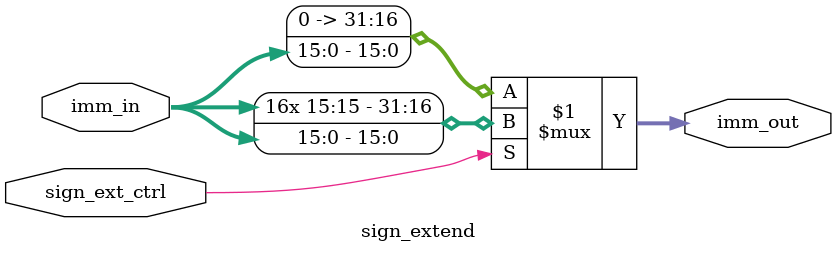
<source format=v>

module sign_extend (
    input wire [15:0] imm_in,       // 16-bit immediate input
    input wire sign_ext_ctrl,       // 0 = zero extend, 1 = sign extend
    output wire [31:0] imm_out      // 32-bit extended output
);

    // Sign extension: replicate MSB or zero-fill
    assign imm_out = sign_ext_ctrl ? {{16{imm_in[15]}}, imm_in} : {16'h0000, imm_in};

endmodule
</source>
